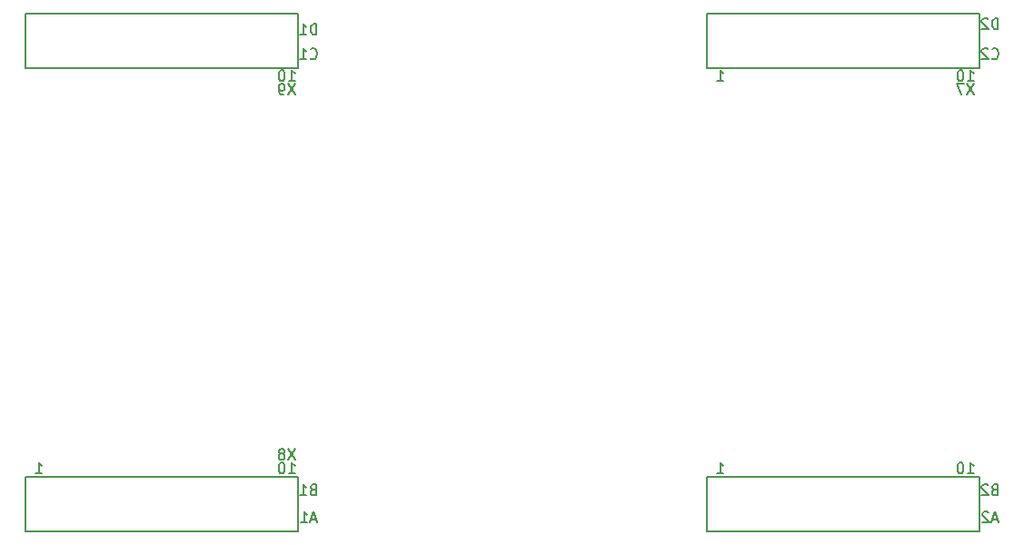
<source format=gbr>
G04 #@! TF.GenerationSoftware,KiCad,Pcbnew,(5.0.2)-1*
G04 #@! TF.CreationDate,2019-04-27T00:56:09-05:00*
G04 #@! TF.ProjectId,ArmDriveBoard_Hardware,41726d44-7269-4766-9542-6f6172645f48,rev?*
G04 #@! TF.SameCoordinates,Original*
G04 #@! TF.FileFunction,Legend,Bot*
G04 #@! TF.FilePolarity,Positive*
%FSLAX46Y46*%
G04 Gerber Fmt 4.6, Leading zero omitted, Abs format (unit mm)*
G04 Created by KiCad (PCBNEW (5.0.2)-1) date 4/27/2019 12:56:09 AM*
%MOMM*%
%LPD*%
G01*
G04 APERTURE LIST*
%ADD10C,0.150000*%
G04 APERTURE END LIST*
D10*
G04 #@! TO.C,U1*
X156210000Y-133350000D02*
X156210000Y-128270000D01*
X156210000Y-128270000D02*
X130810000Y-128270000D01*
X130810000Y-128270000D02*
X130810000Y-133350000D01*
X130810000Y-133350000D02*
X156210000Y-133350000D01*
X156210000Y-90170000D02*
X156210000Y-85090000D01*
X156210000Y-85090000D02*
X130810000Y-85090000D01*
X130810000Y-85090000D02*
X130810000Y-90170000D01*
X130810000Y-90170000D02*
X156210000Y-90170000D01*
X219710000Y-128270000D02*
X194310000Y-128270000D01*
X194310000Y-90170000D02*
X219710000Y-90170000D01*
X219710000Y-133350000D02*
X219710000Y-128270000D01*
X194310000Y-128270000D02*
X194310000Y-133350000D01*
X194310000Y-133350000D02*
X219710000Y-133350000D01*
X219710000Y-90170000D02*
X219710000Y-85090000D01*
X219710000Y-85090000D02*
X194310000Y-85090000D01*
X194310000Y-85090000D02*
X194310000Y-90170000D01*
X155384476Y-91384380D02*
X155955904Y-91384380D01*
X155670190Y-91384380D02*
X155670190Y-90384380D01*
X155765428Y-90527238D01*
X155860666Y-90622476D01*
X155955904Y-90670095D01*
X154765428Y-90384380D02*
X154670190Y-90384380D01*
X154574952Y-90432000D01*
X154527333Y-90479619D01*
X154479714Y-90574857D01*
X154432095Y-90765333D01*
X154432095Y-91003428D01*
X154479714Y-91193904D01*
X154527333Y-91289142D01*
X154574952Y-91336761D01*
X154670190Y-91384380D01*
X154765428Y-91384380D01*
X154860666Y-91336761D01*
X154908285Y-91289142D01*
X154955904Y-91193904D01*
X155003523Y-91003428D01*
X155003523Y-90765333D01*
X154955904Y-90574857D01*
X154908285Y-90479619D01*
X154860666Y-90432000D01*
X154765428Y-90384380D01*
X131794285Y-127960380D02*
X132365714Y-127960380D01*
X132080000Y-127960380D02*
X132080000Y-126960380D01*
X132175238Y-127103238D01*
X132270476Y-127198476D01*
X132365714Y-127246095D01*
X155384476Y-127960380D02*
X155955904Y-127960380D01*
X155670190Y-127960380D02*
X155670190Y-126960380D01*
X155765428Y-127103238D01*
X155860666Y-127198476D01*
X155955904Y-127246095D01*
X154765428Y-126960380D02*
X154670190Y-126960380D01*
X154574952Y-127008000D01*
X154527333Y-127055619D01*
X154479714Y-127150857D01*
X154432095Y-127341333D01*
X154432095Y-127579428D01*
X154479714Y-127769904D01*
X154527333Y-127865142D01*
X154574952Y-127912761D01*
X154670190Y-127960380D01*
X154765428Y-127960380D01*
X154860666Y-127912761D01*
X154908285Y-127865142D01*
X154955904Y-127769904D01*
X155003523Y-127579428D01*
X155003523Y-127341333D01*
X154955904Y-127150857D01*
X154908285Y-127055619D01*
X154860666Y-127008000D01*
X154765428Y-126960380D01*
X195294285Y-91384380D02*
X195865714Y-91384380D01*
X195580000Y-91384380D02*
X195580000Y-90384380D01*
X195675238Y-90527238D01*
X195770476Y-90622476D01*
X195865714Y-90670095D01*
X218630476Y-91384380D02*
X219201904Y-91384380D01*
X218916190Y-91384380D02*
X218916190Y-90384380D01*
X219011428Y-90527238D01*
X219106666Y-90622476D01*
X219201904Y-90670095D01*
X218011428Y-90384380D02*
X217916190Y-90384380D01*
X217820952Y-90432000D01*
X217773333Y-90479619D01*
X217725714Y-90574857D01*
X217678095Y-90765333D01*
X217678095Y-91003428D01*
X217725714Y-91193904D01*
X217773333Y-91289142D01*
X217820952Y-91336761D01*
X217916190Y-91384380D01*
X218011428Y-91384380D01*
X218106666Y-91336761D01*
X218154285Y-91289142D01*
X218201904Y-91193904D01*
X218249523Y-91003428D01*
X218249523Y-90765333D01*
X218201904Y-90574857D01*
X218154285Y-90479619D01*
X218106666Y-90432000D01*
X218011428Y-90384380D01*
X218630476Y-127960380D02*
X219201904Y-127960380D01*
X218916190Y-127960380D02*
X218916190Y-126960380D01*
X219011428Y-127103238D01*
X219106666Y-127198476D01*
X219201904Y-127246095D01*
X218011428Y-126960380D02*
X217916190Y-126960380D01*
X217820952Y-127008000D01*
X217773333Y-127055619D01*
X217725714Y-127150857D01*
X217678095Y-127341333D01*
X217678095Y-127579428D01*
X217725714Y-127769904D01*
X217773333Y-127865142D01*
X217820952Y-127912761D01*
X217916190Y-127960380D01*
X218011428Y-127960380D01*
X218106666Y-127912761D01*
X218154285Y-127865142D01*
X218201904Y-127769904D01*
X218249523Y-127579428D01*
X218249523Y-127341333D01*
X218201904Y-127150857D01*
X218154285Y-127055619D01*
X218106666Y-127008000D01*
X218011428Y-126960380D01*
X195294285Y-127960380D02*
X195865714Y-127960380D01*
X195580000Y-127960380D02*
X195580000Y-126960380D01*
X195675238Y-127103238D01*
X195770476Y-127198476D01*
X195865714Y-127246095D01*
X156003523Y-91654380D02*
X155336857Y-92654380D01*
X155336857Y-91654380D02*
X156003523Y-92654380D01*
X154908285Y-92654380D02*
X154717809Y-92654380D01*
X154622571Y-92606761D01*
X154574952Y-92559142D01*
X154479714Y-92416285D01*
X154432095Y-92225809D01*
X154432095Y-91844857D01*
X154479714Y-91749619D01*
X154527333Y-91702000D01*
X154622571Y-91654380D01*
X154813047Y-91654380D01*
X154908285Y-91702000D01*
X154955904Y-91749619D01*
X155003523Y-91844857D01*
X155003523Y-92082952D01*
X154955904Y-92178190D01*
X154908285Y-92225809D01*
X154813047Y-92273428D01*
X154622571Y-92273428D01*
X154527333Y-92225809D01*
X154479714Y-92178190D01*
X154432095Y-92082952D01*
X156003523Y-125690380D02*
X155336857Y-126690380D01*
X155336857Y-125690380D02*
X156003523Y-126690380D01*
X154813047Y-126118952D02*
X154908285Y-126071333D01*
X154955904Y-126023714D01*
X155003523Y-125928476D01*
X155003523Y-125880857D01*
X154955904Y-125785619D01*
X154908285Y-125738000D01*
X154813047Y-125690380D01*
X154622571Y-125690380D01*
X154527333Y-125738000D01*
X154479714Y-125785619D01*
X154432095Y-125880857D01*
X154432095Y-125928476D01*
X154479714Y-126023714D01*
X154527333Y-126071333D01*
X154622571Y-126118952D01*
X154813047Y-126118952D01*
X154908285Y-126166571D01*
X154955904Y-126214190D01*
X155003523Y-126309428D01*
X155003523Y-126499904D01*
X154955904Y-126595142D01*
X154908285Y-126642761D01*
X154813047Y-126690380D01*
X154622571Y-126690380D01*
X154527333Y-126642761D01*
X154479714Y-126595142D01*
X154432095Y-126499904D01*
X154432095Y-126309428D01*
X154479714Y-126214190D01*
X154527333Y-126166571D01*
X154622571Y-126118952D01*
X219249523Y-91654380D02*
X218582857Y-92654380D01*
X218582857Y-91654380D02*
X219249523Y-92654380D01*
X218297142Y-91654380D02*
X217630476Y-91654380D01*
X218059047Y-92654380D01*
X157392666Y-89257142D02*
X157440285Y-89304761D01*
X157583142Y-89352380D01*
X157678380Y-89352380D01*
X157821238Y-89304761D01*
X157916476Y-89209523D01*
X157964095Y-89114285D01*
X158011714Y-88923809D01*
X158011714Y-88780952D01*
X157964095Y-88590476D01*
X157916476Y-88495238D01*
X157821238Y-88400000D01*
X157678380Y-88352380D01*
X157583142Y-88352380D01*
X157440285Y-88400000D01*
X157392666Y-88447619D01*
X156440285Y-89352380D02*
X157011714Y-89352380D01*
X156726000Y-89352380D02*
X156726000Y-88352380D01*
X156821238Y-88495238D01*
X156916476Y-88590476D01*
X157011714Y-88638095D01*
X157964095Y-87066380D02*
X157964095Y-86066380D01*
X157726000Y-86066380D01*
X157583142Y-86114000D01*
X157487904Y-86209238D01*
X157440285Y-86304476D01*
X157392666Y-86494952D01*
X157392666Y-86637809D01*
X157440285Y-86828285D01*
X157487904Y-86923523D01*
X157583142Y-87018761D01*
X157726000Y-87066380D01*
X157964095Y-87066380D01*
X156440285Y-87066380D02*
X157011714Y-87066380D01*
X156726000Y-87066380D02*
X156726000Y-86066380D01*
X156821238Y-86209238D01*
X156916476Y-86304476D01*
X157011714Y-86352095D01*
X220892666Y-89257142D02*
X220940285Y-89304761D01*
X221083142Y-89352380D01*
X221178380Y-89352380D01*
X221321238Y-89304761D01*
X221416476Y-89209523D01*
X221464095Y-89114285D01*
X221511714Y-88923809D01*
X221511714Y-88780952D01*
X221464095Y-88590476D01*
X221416476Y-88495238D01*
X221321238Y-88400000D01*
X221178380Y-88352380D01*
X221083142Y-88352380D01*
X220940285Y-88400000D01*
X220892666Y-88447619D01*
X220511714Y-88447619D02*
X220464095Y-88400000D01*
X220368857Y-88352380D01*
X220130761Y-88352380D01*
X220035523Y-88400000D01*
X219987904Y-88447619D01*
X219940285Y-88542857D01*
X219940285Y-88638095D01*
X219987904Y-88780952D01*
X220559333Y-89352380D01*
X219940285Y-89352380D01*
X221464095Y-86558380D02*
X221464095Y-85558380D01*
X221226000Y-85558380D01*
X221083142Y-85606000D01*
X220987904Y-85701238D01*
X220940285Y-85796476D01*
X220892666Y-85986952D01*
X220892666Y-86129809D01*
X220940285Y-86320285D01*
X220987904Y-86415523D01*
X221083142Y-86510761D01*
X221226000Y-86558380D01*
X221464095Y-86558380D01*
X220511714Y-85653619D02*
X220464095Y-85606000D01*
X220368857Y-85558380D01*
X220130761Y-85558380D01*
X220035523Y-85606000D01*
X219987904Y-85653619D01*
X219940285Y-85748857D01*
X219940285Y-85844095D01*
X219987904Y-85986952D01*
X220559333Y-86558380D01*
X219940285Y-86558380D01*
X157630761Y-129468571D02*
X157487904Y-129516190D01*
X157440285Y-129563809D01*
X157392666Y-129659047D01*
X157392666Y-129801904D01*
X157440285Y-129897142D01*
X157487904Y-129944761D01*
X157583142Y-129992380D01*
X157964095Y-129992380D01*
X157964095Y-128992380D01*
X157630761Y-128992380D01*
X157535523Y-129040000D01*
X157487904Y-129087619D01*
X157440285Y-129182857D01*
X157440285Y-129278095D01*
X157487904Y-129373333D01*
X157535523Y-129420952D01*
X157630761Y-129468571D01*
X157964095Y-129468571D01*
X156440285Y-129992380D02*
X157011714Y-129992380D01*
X156726000Y-129992380D02*
X156726000Y-128992380D01*
X156821238Y-129135238D01*
X156916476Y-129230476D01*
X157011714Y-129278095D01*
X157940285Y-132246666D02*
X157464095Y-132246666D01*
X158035523Y-132532380D02*
X157702190Y-131532380D01*
X157368857Y-132532380D01*
X156511714Y-132532380D02*
X157083142Y-132532380D01*
X156797428Y-132532380D02*
X156797428Y-131532380D01*
X156892666Y-131675238D01*
X156987904Y-131770476D01*
X157083142Y-131818095D01*
X221130761Y-129468571D02*
X220987904Y-129516190D01*
X220940285Y-129563809D01*
X220892666Y-129659047D01*
X220892666Y-129801904D01*
X220940285Y-129897142D01*
X220987904Y-129944761D01*
X221083142Y-129992380D01*
X221464095Y-129992380D01*
X221464095Y-128992380D01*
X221130761Y-128992380D01*
X221035523Y-129040000D01*
X220987904Y-129087619D01*
X220940285Y-129182857D01*
X220940285Y-129278095D01*
X220987904Y-129373333D01*
X221035523Y-129420952D01*
X221130761Y-129468571D01*
X221464095Y-129468571D01*
X220511714Y-129087619D02*
X220464095Y-129040000D01*
X220368857Y-128992380D01*
X220130761Y-128992380D01*
X220035523Y-129040000D01*
X219987904Y-129087619D01*
X219940285Y-129182857D01*
X219940285Y-129278095D01*
X219987904Y-129420952D01*
X220559333Y-129992380D01*
X219940285Y-129992380D01*
X221440285Y-132246666D02*
X220964095Y-132246666D01*
X221535523Y-132532380D02*
X221202190Y-131532380D01*
X220868857Y-132532380D01*
X220583142Y-131627619D02*
X220535523Y-131580000D01*
X220440285Y-131532380D01*
X220202190Y-131532380D01*
X220106952Y-131580000D01*
X220059333Y-131627619D01*
X220011714Y-131722857D01*
X220011714Y-131818095D01*
X220059333Y-131960952D01*
X220630761Y-132532380D01*
X220011714Y-132532380D01*
G04 #@! TD*
M02*

</source>
